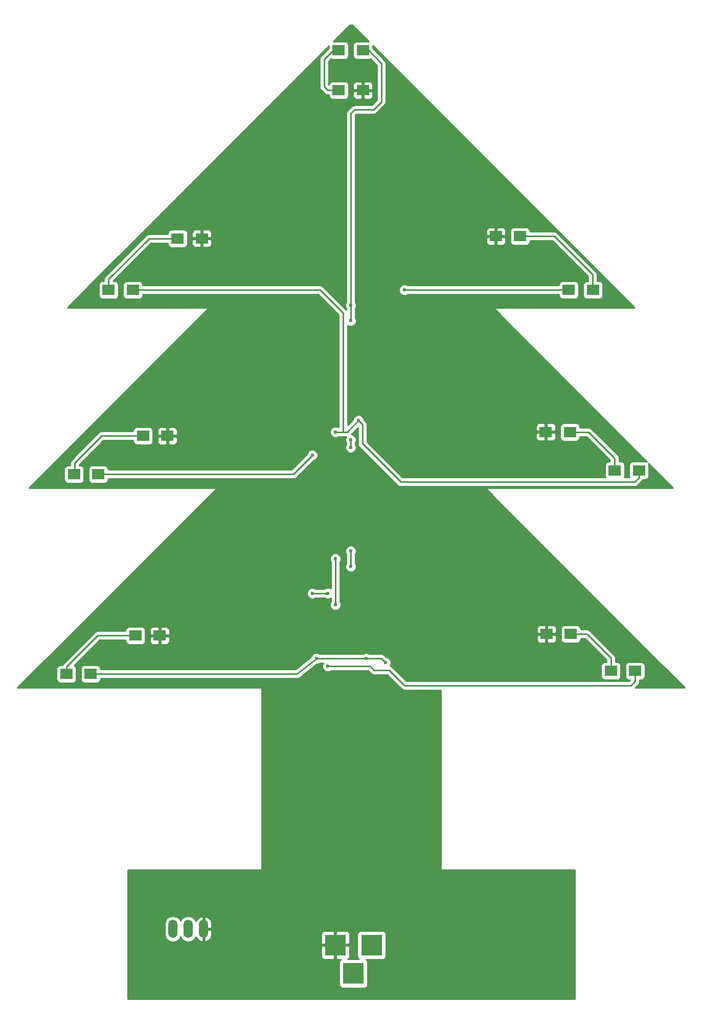
<source format=gbr>
G04 #@! TF.FileFunction,Copper,L2,Bot,Signal*
%FSLAX46Y46*%
G04 Gerber Fmt 4.6, Leading zero omitted, Abs format (unit mm)*
G04 Created by KiCad (PCBNEW 4.0.6) date Monday, November 13, 2017 'PMt' 07:08:10 PM*
%MOMM*%
%LPD*%
G01*
G04 APERTURE LIST*
%ADD10C,0.100000*%
%ADD11O,1.510000X3.010000*%
%ADD12R,3.500000X3.500000*%
%ADD13R,2.000000X1.700000*%
%ADD14C,0.600000*%
%ADD15C,0.250000*%
%ADD16C,0.254000*%
G04 APERTURE END LIST*
D10*
D11*
X65786000Y-170434000D03*
X68326000Y-170434000D03*
X70866000Y-170434000D03*
D12*
X98679000Y-173101000D03*
X92679000Y-173101000D03*
X95679000Y-177801000D03*
D13*
X135350000Y-64770000D03*
X131350000Y-64770000D03*
X49435000Y-95250000D03*
X53435000Y-95250000D03*
X138335000Y-127762000D03*
X142335000Y-127762000D03*
X55150000Y-64770000D03*
X59150000Y-64770000D03*
X138970000Y-94615000D03*
X142970000Y-94615000D03*
X48165000Y-128270000D03*
X52165000Y-128270000D03*
X123285000Y-55880000D03*
X119285000Y-55880000D03*
X60865000Y-88900000D03*
X64865000Y-88900000D03*
X131667000Y-121666000D03*
X127667000Y-121666000D03*
X66580000Y-56261000D03*
X70580000Y-56261000D03*
X131540000Y-88265000D03*
X127540000Y-88265000D03*
X59595000Y-121920000D03*
X63595000Y-121920000D03*
X93250000Y-31750000D03*
X97250000Y-31750000D03*
X93250000Y-25146000D03*
X97250000Y-25146000D03*
D14*
X91440000Y-127000000D03*
X104140000Y-64770000D03*
X88900000Y-92075000D03*
X92710000Y-109220000D03*
X92710000Y-116840000D03*
X91440000Y-114935000D03*
X88900000Y-114935000D03*
X95250000Y-110490000D03*
X95250000Y-107950000D03*
X95250000Y-90805000D03*
X95250000Y-89535000D03*
X95250000Y-69850000D03*
X95250000Y-67310000D03*
X100965000Y-126365000D03*
X97790000Y-125730000D03*
X89535000Y-125730000D03*
X92710000Y-88265000D03*
X96520000Y-86360000D03*
D15*
X142335000Y-127762000D02*
X142335000Y-129445000D01*
X142335000Y-129445000D02*
X141605000Y-130175000D01*
X141605000Y-130175000D02*
X104140000Y-130175000D01*
X104140000Y-130175000D02*
X101600000Y-127635000D01*
X101600000Y-127635000D02*
X99060000Y-127635000D01*
X99060000Y-127635000D02*
X98425000Y-127000000D01*
X98425000Y-127000000D02*
X91440000Y-127000000D01*
X104140000Y-64770000D02*
X131350000Y-64770000D01*
X85725000Y-95250000D02*
X53435000Y-95250000D01*
X88900000Y-92075000D02*
X85725000Y-95250000D01*
X123285000Y-55880000D02*
X128905000Y-55880000D01*
X135255000Y-62230000D02*
X135255000Y-64675000D01*
X128905000Y-55880000D02*
X135255000Y-62230000D01*
X135255000Y-64675000D02*
X135350000Y-64770000D01*
X60865000Y-88900000D02*
X53975000Y-88900000D01*
X49530000Y-93345000D02*
X49530000Y-95155000D01*
X53975000Y-88900000D02*
X49530000Y-93345000D01*
X49530000Y-95155000D02*
X49435000Y-95250000D01*
X134366000Y-121666000D02*
X138335000Y-125635000D01*
X131667000Y-121666000D02*
X134366000Y-121666000D01*
X138335000Y-125635000D02*
X138335000Y-127762000D01*
X92710000Y-116840000D02*
X92710000Y-109220000D01*
X55150000Y-64770000D02*
X55150000Y-62960000D01*
X61849000Y-56261000D02*
X66580000Y-56261000D01*
X55150000Y-62960000D02*
X61849000Y-56261000D01*
X131540000Y-88265000D02*
X134620000Y-88265000D01*
X138970000Y-92615000D02*
X138970000Y-94615000D01*
X134620000Y-88265000D02*
X138970000Y-92615000D01*
X48165000Y-128270000D02*
X48165000Y-127095000D01*
X53340000Y-121920000D02*
X59595000Y-121920000D01*
X48165000Y-127095000D02*
X53340000Y-121920000D01*
X93250000Y-25146000D02*
X92329000Y-25146000D01*
X92329000Y-25146000D02*
X90805000Y-26670000D01*
X90805000Y-26670000D02*
X90805000Y-31115000D01*
X90805000Y-31115000D02*
X91440000Y-31750000D01*
X91440000Y-31750000D02*
X93250000Y-31750000D01*
X91440000Y-114935000D02*
X88900000Y-114935000D01*
X97250000Y-25146000D02*
X98171000Y-25146000D01*
X98171000Y-25146000D02*
X100330000Y-27305000D01*
X100330000Y-27305000D02*
X100330000Y-33655000D01*
X100330000Y-33655000D02*
X99060000Y-34925000D01*
X99060000Y-34925000D02*
X95885000Y-34925000D01*
X95885000Y-34925000D02*
X95250000Y-35560000D01*
X95250000Y-35560000D02*
X95250000Y-67310000D01*
X95250000Y-107950000D02*
X95250000Y-110490000D01*
X95250000Y-89535000D02*
X95250000Y-90805000D01*
X95250000Y-67310000D02*
X95250000Y-69850000D01*
X97155000Y-86995000D02*
X96520000Y-86360000D01*
X97155000Y-90170000D02*
X97155000Y-86995000D01*
X103505000Y-96520000D02*
X97155000Y-90170000D01*
X142240000Y-96520000D02*
X103505000Y-96520000D01*
X142970000Y-95790000D02*
X142240000Y-96520000D01*
X142970000Y-94615000D02*
X142970000Y-95790000D01*
X86360000Y-128270000D02*
X89535000Y-125730000D01*
X86360000Y-128270000D02*
X85725000Y-128270000D01*
X85725000Y-128270000D02*
X84455000Y-128270000D01*
X100330000Y-125730000D02*
X97790000Y-125730000D01*
X100965000Y-126365000D02*
X100330000Y-125730000D01*
X90805000Y-125730000D02*
X97790000Y-125730000D01*
X89535000Y-125730000D02*
X90805000Y-125730000D01*
X59150000Y-64770000D02*
X90170000Y-64770000D01*
X93980000Y-68580000D02*
X93980000Y-88265000D01*
X90170000Y-64770000D02*
X93980000Y-68580000D01*
X84455000Y-128270000D02*
X52165000Y-128270000D01*
X94615000Y-88265000D02*
X93980000Y-88265000D01*
X93980000Y-88265000D02*
X92710000Y-88265000D01*
X96520000Y-86360000D02*
X94615000Y-88265000D01*
D16*
G36*
X98209468Y-23648560D02*
X96250000Y-23648560D01*
X96014683Y-23692838D01*
X95798559Y-23831910D01*
X95653569Y-24044110D01*
X95602560Y-24296000D01*
X95602560Y-25996000D01*
X95646838Y-26231317D01*
X95785910Y-26447441D01*
X95998110Y-26592431D01*
X96250000Y-26643440D01*
X98250000Y-26643440D01*
X98485317Y-26599162D01*
X98524285Y-26574087D01*
X99570000Y-27619802D01*
X99570000Y-33340198D01*
X98745198Y-34165000D01*
X95885000Y-34165000D01*
X95594161Y-34222852D01*
X95347599Y-34387599D01*
X94712599Y-35022599D01*
X94547852Y-35269161D01*
X94490000Y-35560000D01*
X94490000Y-66747537D01*
X94457808Y-66779673D01*
X94315162Y-67123201D01*
X94314838Y-67495167D01*
X94456883Y-67838943D01*
X94490000Y-67872118D01*
X94490000Y-68015198D01*
X90707401Y-64232599D01*
X90460839Y-64067852D01*
X90170000Y-64010000D01*
X60797440Y-64010000D01*
X60797440Y-63920000D01*
X60753162Y-63684683D01*
X60614090Y-63468559D01*
X60401890Y-63323569D01*
X60150000Y-63272560D01*
X58150000Y-63272560D01*
X57914683Y-63316838D01*
X57698559Y-63455910D01*
X57553569Y-63668110D01*
X57502560Y-63920000D01*
X57502560Y-65620000D01*
X57546838Y-65855317D01*
X57685910Y-66071441D01*
X57898110Y-66216431D01*
X58150000Y-66267440D01*
X60150000Y-66267440D01*
X60385317Y-66223162D01*
X60601441Y-66084090D01*
X60746431Y-65871890D01*
X60797440Y-65620000D01*
X60797440Y-65530000D01*
X89855198Y-65530000D01*
X93220000Y-68894802D01*
X93220000Y-87464367D01*
X92896799Y-87330162D01*
X92524833Y-87329838D01*
X92181057Y-87471883D01*
X91917808Y-87734673D01*
X91775162Y-88078201D01*
X91774838Y-88450167D01*
X91916883Y-88793943D01*
X92179673Y-89057192D01*
X92523201Y-89199838D01*
X92895167Y-89200162D01*
X93238943Y-89058117D01*
X93272118Y-89025000D01*
X94449367Y-89025000D01*
X94315162Y-89348201D01*
X94314838Y-89720167D01*
X94456883Y-90063943D01*
X94490000Y-90097118D01*
X94490000Y-90242537D01*
X94457808Y-90274673D01*
X94315162Y-90618201D01*
X94314838Y-90990167D01*
X94456883Y-91333943D01*
X94719673Y-91597192D01*
X95063201Y-91739838D01*
X95435167Y-91740162D01*
X95778943Y-91598117D01*
X96042192Y-91335327D01*
X96184838Y-90991799D01*
X96185162Y-90619833D01*
X96043117Y-90276057D01*
X96010000Y-90242882D01*
X96010000Y-90097463D01*
X96042192Y-90065327D01*
X96184838Y-89721799D01*
X96185162Y-89349833D01*
X96043117Y-89006057D01*
X95780327Y-88742808D01*
X95436799Y-88600162D01*
X95354712Y-88600090D01*
X96395000Y-87559802D01*
X96395000Y-90170000D01*
X96452852Y-90460839D01*
X96617599Y-90707401D01*
X102967599Y-97057401D01*
X103214161Y-97222148D01*
X103505000Y-97280000D01*
X142240000Y-97280000D01*
X142530839Y-97222148D01*
X142777401Y-97057401D01*
X143507401Y-96327401D01*
X143651033Y-96112440D01*
X143970000Y-96112440D01*
X144205317Y-96068162D01*
X144421441Y-95929090D01*
X144566431Y-95716890D01*
X144617440Y-95465000D01*
X144617440Y-93765000D01*
X144573162Y-93529683D01*
X144532680Y-93466772D01*
X148601908Y-97536000D01*
X117856000Y-97536000D01*
X117806590Y-97546006D01*
X117764965Y-97574447D01*
X117737685Y-97616841D01*
X117729048Y-97666509D01*
X117740416Y-97715623D01*
X117766197Y-97752803D01*
X118752130Y-98738736D01*
X118877954Y-98927046D01*
X150506908Y-130556000D01*
X142298802Y-130556000D01*
X142872401Y-129982401D01*
X143037148Y-129735839D01*
X143095000Y-129445000D01*
X143095000Y-129259440D01*
X143335000Y-129259440D01*
X143570317Y-129215162D01*
X143786441Y-129076090D01*
X143931431Y-128863890D01*
X143982440Y-128612000D01*
X143982440Y-126912000D01*
X143938162Y-126676683D01*
X143799090Y-126460559D01*
X143586890Y-126315569D01*
X143335000Y-126264560D01*
X141335000Y-126264560D01*
X141099683Y-126308838D01*
X140883559Y-126447910D01*
X140738569Y-126660110D01*
X140687560Y-126912000D01*
X140687560Y-128612000D01*
X140731838Y-128847317D01*
X140870910Y-129063441D01*
X141083110Y-129208431D01*
X141335000Y-129259440D01*
X141445758Y-129259440D01*
X141290198Y-129415000D01*
X104454802Y-129415000D01*
X102137401Y-127097599D01*
X101890839Y-126932852D01*
X101748053Y-126904450D01*
X101757192Y-126895327D01*
X101899838Y-126551799D01*
X101900162Y-126179833D01*
X101758117Y-125836057D01*
X101495327Y-125572808D01*
X101151799Y-125430162D01*
X101104923Y-125430121D01*
X100867401Y-125192599D01*
X100620839Y-125027852D01*
X100330000Y-124970000D01*
X98352463Y-124970000D01*
X98320327Y-124937808D01*
X97976799Y-124795162D01*
X97604833Y-124794838D01*
X97261057Y-124936883D01*
X97227882Y-124970000D01*
X90097463Y-124970000D01*
X90065327Y-124937808D01*
X89721799Y-124795162D01*
X89349833Y-124794838D01*
X89006057Y-124936883D01*
X88742808Y-125199673D01*
X88624166Y-125485393D01*
X86093407Y-127510000D01*
X53812440Y-127510000D01*
X53812440Y-127420000D01*
X53768162Y-127184683D01*
X53629090Y-126968559D01*
X53416890Y-126823569D01*
X53165000Y-126772560D01*
X51165000Y-126772560D01*
X50929683Y-126816838D01*
X50713559Y-126955910D01*
X50568569Y-127168110D01*
X50517560Y-127420000D01*
X50517560Y-129120000D01*
X50561838Y-129355317D01*
X50700910Y-129571441D01*
X50913110Y-129716431D01*
X51165000Y-129767440D01*
X53165000Y-129767440D01*
X53400317Y-129723162D01*
X53616441Y-129584090D01*
X53761431Y-129371890D01*
X53812440Y-129120000D01*
X53812440Y-129030000D01*
X86360000Y-129030000D01*
X86464934Y-129009127D01*
X86571521Y-128999971D01*
X86609204Y-128980430D01*
X86650839Y-128972148D01*
X86739794Y-128912710D01*
X86834768Y-128863460D01*
X89582790Y-126665042D01*
X89720167Y-126665162D01*
X90063943Y-126523117D01*
X90097118Y-126490000D01*
X90639367Y-126490000D01*
X90505162Y-126813201D01*
X90504838Y-127185167D01*
X90646883Y-127528943D01*
X90909673Y-127792192D01*
X91253201Y-127934838D01*
X91625167Y-127935162D01*
X91968943Y-127793117D01*
X92002118Y-127760000D01*
X98110198Y-127760000D01*
X98522599Y-128172401D01*
X98769161Y-128337148D01*
X99060000Y-128395000D01*
X101285198Y-128395000D01*
X103602599Y-130712401D01*
X103849160Y-130877148D01*
X103897414Y-130886746D01*
X104140000Y-130935000D01*
X110109000Y-130935000D01*
X110109000Y-160528000D01*
X110119006Y-160577410D01*
X110147447Y-160619035D01*
X110189841Y-160646315D01*
X110236000Y-160655000D01*
X132334000Y-160655000D01*
X132334000Y-181991000D01*
X58293000Y-181991000D01*
X58293000Y-173386750D01*
X90294000Y-173386750D01*
X90294000Y-174977310D01*
X90390673Y-175210699D01*
X90569302Y-175389327D01*
X90802691Y-175486000D01*
X92393250Y-175486000D01*
X92552000Y-175327250D01*
X92552000Y-173228000D01*
X92806000Y-173228000D01*
X92806000Y-175327250D01*
X92964750Y-175486000D01*
X93634378Y-175486000D01*
X93477559Y-175586910D01*
X93332569Y-175799110D01*
X93281560Y-176051000D01*
X93281560Y-179551000D01*
X93325838Y-179786317D01*
X93464910Y-180002441D01*
X93677110Y-180147431D01*
X93929000Y-180198440D01*
X97429000Y-180198440D01*
X97664317Y-180154162D01*
X97880441Y-180015090D01*
X98025431Y-179802890D01*
X98076440Y-179551000D01*
X98076440Y-176051000D01*
X98032162Y-175815683D01*
X97893090Y-175599559D01*
X97745097Y-175498440D01*
X100429000Y-175498440D01*
X100664317Y-175454162D01*
X100880441Y-175315090D01*
X101025431Y-175102890D01*
X101076440Y-174851000D01*
X101076440Y-171351000D01*
X101032162Y-171115683D01*
X100893090Y-170899559D01*
X100680890Y-170754569D01*
X100429000Y-170703560D01*
X96929000Y-170703560D01*
X96693683Y-170747838D01*
X96477559Y-170886910D01*
X96332569Y-171099110D01*
X96281560Y-171351000D01*
X96281560Y-174851000D01*
X96325838Y-175086317D01*
X96464910Y-175302441D01*
X96612903Y-175403560D01*
X94754337Y-175403560D01*
X94788698Y-175389327D01*
X94967327Y-175210699D01*
X95064000Y-174977310D01*
X95064000Y-173386750D01*
X94905250Y-173228000D01*
X92806000Y-173228000D01*
X92552000Y-173228000D01*
X90452750Y-173228000D01*
X90294000Y-173386750D01*
X58293000Y-173386750D01*
X58293000Y-169642075D01*
X64396000Y-169642075D01*
X64396000Y-171225925D01*
X64501807Y-171757855D01*
X64803122Y-172208803D01*
X65254070Y-172510118D01*
X65786000Y-172615925D01*
X66317930Y-172510118D01*
X66768878Y-172208803D01*
X67056000Y-171779096D01*
X67343122Y-172208803D01*
X67794070Y-172510118D01*
X68326000Y-172615925D01*
X68857930Y-172510118D01*
X69308878Y-172208803D01*
X69608751Y-171760013D01*
X69630408Y-171833263D01*
X69972924Y-172256681D01*
X70451403Y-172516793D01*
X70524029Y-172531277D01*
X70739000Y-172408683D01*
X70739000Y-170561000D01*
X70993000Y-170561000D01*
X70993000Y-172408683D01*
X71207971Y-172531277D01*
X71280597Y-172516793D01*
X71759076Y-172256681D01*
X72101592Y-171833263D01*
X72256000Y-171311000D01*
X72256000Y-171224690D01*
X90294000Y-171224690D01*
X90294000Y-172815250D01*
X90452750Y-172974000D01*
X92552000Y-172974000D01*
X92552000Y-170874750D01*
X92806000Y-170874750D01*
X92806000Y-172974000D01*
X94905250Y-172974000D01*
X95064000Y-172815250D01*
X95064000Y-171224690D01*
X94967327Y-170991301D01*
X94788698Y-170812673D01*
X94555309Y-170716000D01*
X92964750Y-170716000D01*
X92806000Y-170874750D01*
X92552000Y-170874750D01*
X92393250Y-170716000D01*
X90802691Y-170716000D01*
X90569302Y-170812673D01*
X90390673Y-170991301D01*
X90294000Y-171224690D01*
X72256000Y-171224690D01*
X72256000Y-170561000D01*
X70993000Y-170561000D01*
X70739000Y-170561000D01*
X70719000Y-170561000D01*
X70719000Y-170307000D01*
X70739000Y-170307000D01*
X70739000Y-168459317D01*
X70993000Y-168459317D01*
X70993000Y-170307000D01*
X72256000Y-170307000D01*
X72256000Y-169557000D01*
X72101592Y-169034737D01*
X71759076Y-168611319D01*
X71280597Y-168351207D01*
X71207971Y-168336723D01*
X70993000Y-168459317D01*
X70739000Y-168459317D01*
X70524029Y-168336723D01*
X70451403Y-168351207D01*
X69972924Y-168611319D01*
X69630408Y-169034737D01*
X69608751Y-169107987D01*
X69308878Y-168659197D01*
X68857930Y-168357882D01*
X68326000Y-168252075D01*
X67794070Y-168357882D01*
X67343122Y-168659197D01*
X67056000Y-169088904D01*
X66768878Y-168659197D01*
X66317930Y-168357882D01*
X65786000Y-168252075D01*
X65254070Y-168357882D01*
X64803122Y-168659197D01*
X64501807Y-169110145D01*
X64396000Y-169642075D01*
X58293000Y-169642075D01*
X58293000Y-160655000D01*
X80391000Y-160655000D01*
X80440410Y-160644994D01*
X80482035Y-160616553D01*
X80509315Y-160574159D01*
X80518000Y-160528000D01*
X80518000Y-130683000D01*
X80507994Y-130633590D01*
X80479553Y-130591965D01*
X80437159Y-130564685D01*
X80391000Y-130556000D01*
X40057606Y-130556000D01*
X43193606Y-127420000D01*
X46517560Y-127420000D01*
X46517560Y-129120000D01*
X46561838Y-129355317D01*
X46700910Y-129571441D01*
X46913110Y-129716431D01*
X47165000Y-129767440D01*
X49165000Y-129767440D01*
X49400317Y-129723162D01*
X49616441Y-129584090D01*
X49761431Y-129371890D01*
X49812440Y-129120000D01*
X49812440Y-127420000D01*
X49768162Y-127184683D01*
X49629090Y-126968559D01*
X49472937Y-126861865D01*
X53654802Y-122680000D01*
X57947560Y-122680000D01*
X57947560Y-122770000D01*
X57991838Y-123005317D01*
X58130910Y-123221441D01*
X58343110Y-123366431D01*
X58595000Y-123417440D01*
X60595000Y-123417440D01*
X60830317Y-123373162D01*
X61046441Y-123234090D01*
X61191431Y-123021890D01*
X61242440Y-122770000D01*
X61242440Y-122205750D01*
X61960000Y-122205750D01*
X61960000Y-122896310D01*
X62056673Y-123129699D01*
X62235302Y-123308327D01*
X62468691Y-123405000D01*
X63309250Y-123405000D01*
X63468000Y-123246250D01*
X63468000Y-122047000D01*
X63722000Y-122047000D01*
X63722000Y-123246250D01*
X63880750Y-123405000D01*
X64721309Y-123405000D01*
X64954698Y-123308327D01*
X65133327Y-123129699D01*
X65230000Y-122896310D01*
X65230000Y-122205750D01*
X65071250Y-122047000D01*
X63722000Y-122047000D01*
X63468000Y-122047000D01*
X62118750Y-122047000D01*
X61960000Y-122205750D01*
X61242440Y-122205750D01*
X61242440Y-121951750D01*
X126032000Y-121951750D01*
X126032000Y-122642310D01*
X126128673Y-122875699D01*
X126307302Y-123054327D01*
X126540691Y-123151000D01*
X127381250Y-123151000D01*
X127540000Y-122992250D01*
X127540000Y-121793000D01*
X127794000Y-121793000D01*
X127794000Y-122992250D01*
X127952750Y-123151000D01*
X128793309Y-123151000D01*
X129026698Y-123054327D01*
X129205327Y-122875699D01*
X129302000Y-122642310D01*
X129302000Y-121951750D01*
X129143250Y-121793000D01*
X127794000Y-121793000D01*
X127540000Y-121793000D01*
X126190750Y-121793000D01*
X126032000Y-121951750D01*
X61242440Y-121951750D01*
X61242440Y-121070000D01*
X61218674Y-120943690D01*
X61960000Y-120943690D01*
X61960000Y-121634250D01*
X62118750Y-121793000D01*
X63468000Y-121793000D01*
X63468000Y-120593750D01*
X63722000Y-120593750D01*
X63722000Y-121793000D01*
X65071250Y-121793000D01*
X65230000Y-121634250D01*
X65230000Y-120943690D01*
X65133327Y-120710301D01*
X65112716Y-120689690D01*
X126032000Y-120689690D01*
X126032000Y-121380250D01*
X126190750Y-121539000D01*
X127540000Y-121539000D01*
X127540000Y-120339750D01*
X127794000Y-120339750D01*
X127794000Y-121539000D01*
X129143250Y-121539000D01*
X129302000Y-121380250D01*
X129302000Y-120816000D01*
X130019560Y-120816000D01*
X130019560Y-122516000D01*
X130063838Y-122751317D01*
X130202910Y-122967441D01*
X130415110Y-123112431D01*
X130667000Y-123163440D01*
X132667000Y-123163440D01*
X132902317Y-123119162D01*
X133118441Y-122980090D01*
X133263431Y-122767890D01*
X133314440Y-122516000D01*
X133314440Y-122426000D01*
X134051198Y-122426000D01*
X137575000Y-125949802D01*
X137575000Y-126264560D01*
X137335000Y-126264560D01*
X137099683Y-126308838D01*
X136883559Y-126447910D01*
X136738569Y-126660110D01*
X136687560Y-126912000D01*
X136687560Y-128612000D01*
X136731838Y-128847317D01*
X136870910Y-129063441D01*
X137083110Y-129208431D01*
X137335000Y-129259440D01*
X139335000Y-129259440D01*
X139570317Y-129215162D01*
X139786441Y-129076090D01*
X139931431Y-128863890D01*
X139982440Y-128612000D01*
X139982440Y-126912000D01*
X139938162Y-126676683D01*
X139799090Y-126460559D01*
X139586890Y-126315569D01*
X139335000Y-126264560D01*
X139095000Y-126264560D01*
X139095000Y-125635000D01*
X139037148Y-125344161D01*
X138872401Y-125097599D01*
X134903401Y-121128599D01*
X134656839Y-120963852D01*
X134366000Y-120906000D01*
X133314440Y-120906000D01*
X133314440Y-120816000D01*
X133270162Y-120580683D01*
X133131090Y-120364559D01*
X132918890Y-120219569D01*
X132667000Y-120168560D01*
X130667000Y-120168560D01*
X130431683Y-120212838D01*
X130215559Y-120351910D01*
X130070569Y-120564110D01*
X130019560Y-120816000D01*
X129302000Y-120816000D01*
X129302000Y-120689690D01*
X129205327Y-120456301D01*
X129026698Y-120277673D01*
X128793309Y-120181000D01*
X127952750Y-120181000D01*
X127794000Y-120339750D01*
X127540000Y-120339750D01*
X127381250Y-120181000D01*
X126540691Y-120181000D01*
X126307302Y-120277673D01*
X126128673Y-120456301D01*
X126032000Y-120689690D01*
X65112716Y-120689690D01*
X64954698Y-120531673D01*
X64721309Y-120435000D01*
X63880750Y-120435000D01*
X63722000Y-120593750D01*
X63468000Y-120593750D01*
X63309250Y-120435000D01*
X62468691Y-120435000D01*
X62235302Y-120531673D01*
X62056673Y-120710301D01*
X61960000Y-120943690D01*
X61218674Y-120943690D01*
X61198162Y-120834683D01*
X61059090Y-120618559D01*
X60846890Y-120473569D01*
X60595000Y-120422560D01*
X58595000Y-120422560D01*
X58359683Y-120466838D01*
X58143559Y-120605910D01*
X57998569Y-120818110D01*
X57947560Y-121070000D01*
X57947560Y-121160000D01*
X53340000Y-121160000D01*
X53049160Y-121217852D01*
X52802599Y-121382599D01*
X47627599Y-126557599D01*
X47483967Y-126772560D01*
X47165000Y-126772560D01*
X46929683Y-126816838D01*
X46713559Y-126955910D01*
X46568569Y-127168110D01*
X46517560Y-127420000D01*
X43193606Y-127420000D01*
X55493439Y-115120167D01*
X87964838Y-115120167D01*
X88106883Y-115463943D01*
X88369673Y-115727192D01*
X88713201Y-115869838D01*
X89085167Y-115870162D01*
X89428943Y-115728117D01*
X89462118Y-115695000D01*
X90877537Y-115695000D01*
X90909673Y-115727192D01*
X91253201Y-115869838D01*
X91625167Y-115870162D01*
X91950000Y-115735944D01*
X91950000Y-116277537D01*
X91917808Y-116309673D01*
X91775162Y-116653201D01*
X91774838Y-117025167D01*
X91916883Y-117368943D01*
X92179673Y-117632192D01*
X92523201Y-117774838D01*
X92895167Y-117775162D01*
X93238943Y-117633117D01*
X93502192Y-117370327D01*
X93644838Y-117026799D01*
X93645162Y-116654833D01*
X93503117Y-116311057D01*
X93470000Y-116277882D01*
X93470000Y-109782463D01*
X93502192Y-109750327D01*
X93644838Y-109406799D01*
X93645162Y-109034833D01*
X93503117Y-108691057D01*
X93240327Y-108427808D01*
X92896799Y-108285162D01*
X92524833Y-108284838D01*
X92181057Y-108426883D01*
X91917808Y-108689673D01*
X91775162Y-109033201D01*
X91774838Y-109405167D01*
X91916883Y-109748943D01*
X91950000Y-109782118D01*
X91950000Y-114134367D01*
X91626799Y-114000162D01*
X91254833Y-113999838D01*
X90911057Y-114141883D01*
X90877882Y-114175000D01*
X89462463Y-114175000D01*
X89430327Y-114142808D01*
X89086799Y-114000162D01*
X88714833Y-113999838D01*
X88371057Y-114141883D01*
X88107808Y-114404673D01*
X87965162Y-114748201D01*
X87964838Y-115120167D01*
X55493439Y-115120167D01*
X62478439Y-108135167D01*
X94314838Y-108135167D01*
X94456883Y-108478943D01*
X94490000Y-108512118D01*
X94490000Y-109927537D01*
X94457808Y-109959673D01*
X94315162Y-110303201D01*
X94314838Y-110675167D01*
X94456883Y-111018943D01*
X94719673Y-111282192D01*
X95063201Y-111424838D01*
X95435167Y-111425162D01*
X95778943Y-111283117D01*
X96042192Y-111020327D01*
X96184838Y-110676799D01*
X96185162Y-110304833D01*
X96043117Y-109961057D01*
X96010000Y-109927882D01*
X96010000Y-108512463D01*
X96042192Y-108480327D01*
X96184838Y-108136799D01*
X96185162Y-107764833D01*
X96043117Y-107421057D01*
X95780327Y-107157808D01*
X95436799Y-107015162D01*
X95064833Y-107014838D01*
X94721057Y-107156883D01*
X94457808Y-107419673D01*
X94315162Y-107763201D01*
X94314838Y-108135167D01*
X62478439Y-108135167D01*
X72860803Y-97752803D01*
X72888666Y-97710789D01*
X72897988Y-97661246D01*
X72887300Y-97611978D01*
X72858287Y-97570751D01*
X72815520Y-97544059D01*
X72771000Y-97536000D01*
X41962606Y-97536000D01*
X45098606Y-94400000D01*
X47787560Y-94400000D01*
X47787560Y-96100000D01*
X47831838Y-96335317D01*
X47970910Y-96551441D01*
X48183110Y-96696431D01*
X48435000Y-96747440D01*
X50435000Y-96747440D01*
X50670317Y-96703162D01*
X50886441Y-96564090D01*
X51031431Y-96351890D01*
X51082440Y-96100000D01*
X51082440Y-94400000D01*
X51787560Y-94400000D01*
X51787560Y-96100000D01*
X51831838Y-96335317D01*
X51970910Y-96551441D01*
X52183110Y-96696431D01*
X52435000Y-96747440D01*
X54435000Y-96747440D01*
X54670317Y-96703162D01*
X54886441Y-96564090D01*
X55031431Y-96351890D01*
X55082440Y-96100000D01*
X55082440Y-96010000D01*
X85725000Y-96010000D01*
X86015839Y-95952148D01*
X86262401Y-95787401D01*
X89039680Y-93010122D01*
X89085167Y-93010162D01*
X89428943Y-92868117D01*
X89692192Y-92605327D01*
X89834838Y-92261799D01*
X89835162Y-91889833D01*
X89693117Y-91546057D01*
X89430327Y-91282808D01*
X89086799Y-91140162D01*
X88714833Y-91139838D01*
X88371057Y-91281883D01*
X88107808Y-91544673D01*
X87965162Y-91888201D01*
X87965121Y-91935077D01*
X85410198Y-94490000D01*
X55082440Y-94490000D01*
X55082440Y-94400000D01*
X55038162Y-94164683D01*
X54899090Y-93948559D01*
X54686890Y-93803569D01*
X54435000Y-93752560D01*
X52435000Y-93752560D01*
X52199683Y-93796838D01*
X51983559Y-93935910D01*
X51838569Y-94148110D01*
X51787560Y-94400000D01*
X51082440Y-94400000D01*
X51038162Y-94164683D01*
X50899090Y-93948559D01*
X50686890Y-93803569D01*
X50435000Y-93752560D01*
X50290000Y-93752560D01*
X50290000Y-93659802D01*
X54289802Y-89660000D01*
X59217560Y-89660000D01*
X59217560Y-89750000D01*
X59261838Y-89985317D01*
X59400910Y-90201441D01*
X59613110Y-90346431D01*
X59865000Y-90397440D01*
X61865000Y-90397440D01*
X62100317Y-90353162D01*
X62316441Y-90214090D01*
X62461431Y-90001890D01*
X62512440Y-89750000D01*
X62512440Y-89185750D01*
X63230000Y-89185750D01*
X63230000Y-89876310D01*
X63326673Y-90109699D01*
X63505302Y-90288327D01*
X63738691Y-90385000D01*
X64579250Y-90385000D01*
X64738000Y-90226250D01*
X64738000Y-89027000D01*
X64992000Y-89027000D01*
X64992000Y-90226250D01*
X65150750Y-90385000D01*
X65991309Y-90385000D01*
X66224698Y-90288327D01*
X66403327Y-90109699D01*
X66500000Y-89876310D01*
X66500000Y-89185750D01*
X66341250Y-89027000D01*
X64992000Y-89027000D01*
X64738000Y-89027000D01*
X63388750Y-89027000D01*
X63230000Y-89185750D01*
X62512440Y-89185750D01*
X62512440Y-88050000D01*
X62488674Y-87923690D01*
X63230000Y-87923690D01*
X63230000Y-88614250D01*
X63388750Y-88773000D01*
X64738000Y-88773000D01*
X64738000Y-87573750D01*
X64992000Y-87573750D01*
X64992000Y-88773000D01*
X66341250Y-88773000D01*
X66500000Y-88614250D01*
X66500000Y-87923690D01*
X66403327Y-87690301D01*
X66224698Y-87511673D01*
X65991309Y-87415000D01*
X65150750Y-87415000D01*
X64992000Y-87573750D01*
X64738000Y-87573750D01*
X64579250Y-87415000D01*
X63738691Y-87415000D01*
X63505302Y-87511673D01*
X63326673Y-87690301D01*
X63230000Y-87923690D01*
X62488674Y-87923690D01*
X62468162Y-87814683D01*
X62329090Y-87598559D01*
X62116890Y-87453569D01*
X61865000Y-87402560D01*
X59865000Y-87402560D01*
X59629683Y-87446838D01*
X59413559Y-87585910D01*
X59268569Y-87798110D01*
X59217560Y-88050000D01*
X59217560Y-88140000D01*
X53975000Y-88140000D01*
X53684160Y-88197852D01*
X53437599Y-88362599D01*
X48992599Y-92807599D01*
X48827852Y-93054161D01*
X48770000Y-93345000D01*
X48770000Y-93752560D01*
X48435000Y-93752560D01*
X48199683Y-93796838D01*
X47983559Y-93935910D01*
X47838569Y-94148110D01*
X47787560Y-94400000D01*
X45098606Y-94400000D01*
X71590803Y-67907803D01*
X71618666Y-67865789D01*
X71627988Y-67816246D01*
X71617300Y-67766978D01*
X71588287Y-67725751D01*
X71545520Y-67699059D01*
X71501000Y-67691000D01*
X48312606Y-67691000D01*
X52083606Y-63920000D01*
X53502560Y-63920000D01*
X53502560Y-65620000D01*
X53546838Y-65855317D01*
X53685910Y-66071441D01*
X53898110Y-66216431D01*
X54150000Y-66267440D01*
X56150000Y-66267440D01*
X56385317Y-66223162D01*
X56601441Y-66084090D01*
X56746431Y-65871890D01*
X56797440Y-65620000D01*
X56797440Y-63920000D01*
X56753162Y-63684683D01*
X56614090Y-63468559D01*
X56401890Y-63323569D01*
X56150000Y-63272560D01*
X55912242Y-63272560D01*
X62163802Y-57021000D01*
X64932560Y-57021000D01*
X64932560Y-57111000D01*
X64976838Y-57346317D01*
X65115910Y-57562441D01*
X65328110Y-57707431D01*
X65580000Y-57758440D01*
X67580000Y-57758440D01*
X67815317Y-57714162D01*
X68031441Y-57575090D01*
X68176431Y-57362890D01*
X68227440Y-57111000D01*
X68227440Y-56546750D01*
X68945000Y-56546750D01*
X68945000Y-57237310D01*
X69041673Y-57470699D01*
X69220302Y-57649327D01*
X69453691Y-57746000D01*
X70294250Y-57746000D01*
X70453000Y-57587250D01*
X70453000Y-56388000D01*
X70707000Y-56388000D01*
X70707000Y-57587250D01*
X70865750Y-57746000D01*
X71706309Y-57746000D01*
X71939698Y-57649327D01*
X72118327Y-57470699D01*
X72215000Y-57237310D01*
X72215000Y-56546750D01*
X72056250Y-56388000D01*
X70707000Y-56388000D01*
X70453000Y-56388000D01*
X69103750Y-56388000D01*
X68945000Y-56546750D01*
X68227440Y-56546750D01*
X68227440Y-55411000D01*
X68203674Y-55284690D01*
X68945000Y-55284690D01*
X68945000Y-55975250D01*
X69103750Y-56134000D01*
X70453000Y-56134000D01*
X70453000Y-54934750D01*
X70707000Y-54934750D01*
X70707000Y-56134000D01*
X72056250Y-56134000D01*
X72215000Y-55975250D01*
X72215000Y-55284690D01*
X72118327Y-55051301D01*
X71939698Y-54872673D01*
X71706309Y-54776000D01*
X70865750Y-54776000D01*
X70707000Y-54934750D01*
X70453000Y-54934750D01*
X70294250Y-54776000D01*
X69453691Y-54776000D01*
X69220302Y-54872673D01*
X69041673Y-55051301D01*
X68945000Y-55284690D01*
X68203674Y-55284690D01*
X68183162Y-55175683D01*
X68044090Y-54959559D01*
X67831890Y-54814569D01*
X67580000Y-54763560D01*
X65580000Y-54763560D01*
X65344683Y-54807838D01*
X65128559Y-54946910D01*
X64983569Y-55159110D01*
X64932560Y-55411000D01*
X64932560Y-55501000D01*
X61849000Y-55501000D01*
X61558161Y-55558852D01*
X61311599Y-55723599D01*
X54612599Y-62422599D01*
X54447852Y-62669161D01*
X54390000Y-62960000D01*
X54390000Y-63272560D01*
X54150000Y-63272560D01*
X53914683Y-63316838D01*
X53698559Y-63455910D01*
X53553569Y-63668110D01*
X53502560Y-63920000D01*
X52083606Y-63920000D01*
X91602560Y-24401046D01*
X91602560Y-24797638D01*
X90267599Y-26132599D01*
X90102852Y-26379161D01*
X90045000Y-26670000D01*
X90045000Y-31115000D01*
X90102852Y-31405839D01*
X90267599Y-31652401D01*
X90902599Y-32287401D01*
X91149161Y-32452148D01*
X91440000Y-32510000D01*
X91602560Y-32510000D01*
X91602560Y-32600000D01*
X91646838Y-32835317D01*
X91785910Y-33051441D01*
X91998110Y-33196431D01*
X92250000Y-33247440D01*
X94250000Y-33247440D01*
X94485317Y-33203162D01*
X94701441Y-33064090D01*
X94846431Y-32851890D01*
X94897440Y-32600000D01*
X94897440Y-32035750D01*
X95615000Y-32035750D01*
X95615000Y-32726310D01*
X95711673Y-32959699D01*
X95890302Y-33138327D01*
X96123691Y-33235000D01*
X96964250Y-33235000D01*
X97123000Y-33076250D01*
X97123000Y-31877000D01*
X97377000Y-31877000D01*
X97377000Y-33076250D01*
X97535750Y-33235000D01*
X98376309Y-33235000D01*
X98609698Y-33138327D01*
X98788327Y-32959699D01*
X98885000Y-32726310D01*
X98885000Y-32035750D01*
X98726250Y-31877000D01*
X97377000Y-31877000D01*
X97123000Y-31877000D01*
X95773750Y-31877000D01*
X95615000Y-32035750D01*
X94897440Y-32035750D01*
X94897440Y-30900000D01*
X94873674Y-30773690D01*
X95615000Y-30773690D01*
X95615000Y-31464250D01*
X95773750Y-31623000D01*
X97123000Y-31623000D01*
X97123000Y-30423750D01*
X97377000Y-30423750D01*
X97377000Y-31623000D01*
X98726250Y-31623000D01*
X98885000Y-31464250D01*
X98885000Y-30773690D01*
X98788327Y-30540301D01*
X98609698Y-30361673D01*
X98376309Y-30265000D01*
X97535750Y-30265000D01*
X97377000Y-30423750D01*
X97123000Y-30423750D01*
X96964250Y-30265000D01*
X96123691Y-30265000D01*
X95890302Y-30361673D01*
X95711673Y-30540301D01*
X95615000Y-30773690D01*
X94873674Y-30773690D01*
X94853162Y-30664683D01*
X94714090Y-30448559D01*
X94501890Y-30303569D01*
X94250000Y-30252560D01*
X92250000Y-30252560D01*
X92014683Y-30296838D01*
X91798559Y-30435910D01*
X91653569Y-30648110D01*
X91613042Y-30848240D01*
X91565000Y-30800198D01*
X91565000Y-26984802D01*
X91973908Y-26575894D01*
X91998110Y-26592431D01*
X92250000Y-26643440D01*
X94250000Y-26643440D01*
X94485317Y-26599162D01*
X94701441Y-26460090D01*
X94846431Y-26247890D01*
X94897440Y-25996000D01*
X94897440Y-24296000D01*
X94853162Y-24060683D01*
X94714090Y-23844559D01*
X94501890Y-23699569D01*
X94250000Y-23648560D01*
X92355046Y-23648560D01*
X95048606Y-20955000D01*
X95515908Y-20955000D01*
X98209468Y-23648560D01*
X98209468Y-23648560D01*
G37*
X98209468Y-23648560D02*
X96250000Y-23648560D01*
X96014683Y-23692838D01*
X95798559Y-23831910D01*
X95653569Y-24044110D01*
X95602560Y-24296000D01*
X95602560Y-25996000D01*
X95646838Y-26231317D01*
X95785910Y-26447441D01*
X95998110Y-26592431D01*
X96250000Y-26643440D01*
X98250000Y-26643440D01*
X98485317Y-26599162D01*
X98524285Y-26574087D01*
X99570000Y-27619802D01*
X99570000Y-33340198D01*
X98745198Y-34165000D01*
X95885000Y-34165000D01*
X95594161Y-34222852D01*
X95347599Y-34387599D01*
X94712599Y-35022599D01*
X94547852Y-35269161D01*
X94490000Y-35560000D01*
X94490000Y-66747537D01*
X94457808Y-66779673D01*
X94315162Y-67123201D01*
X94314838Y-67495167D01*
X94456883Y-67838943D01*
X94490000Y-67872118D01*
X94490000Y-68015198D01*
X90707401Y-64232599D01*
X90460839Y-64067852D01*
X90170000Y-64010000D01*
X60797440Y-64010000D01*
X60797440Y-63920000D01*
X60753162Y-63684683D01*
X60614090Y-63468559D01*
X60401890Y-63323569D01*
X60150000Y-63272560D01*
X58150000Y-63272560D01*
X57914683Y-63316838D01*
X57698559Y-63455910D01*
X57553569Y-63668110D01*
X57502560Y-63920000D01*
X57502560Y-65620000D01*
X57546838Y-65855317D01*
X57685910Y-66071441D01*
X57898110Y-66216431D01*
X58150000Y-66267440D01*
X60150000Y-66267440D01*
X60385317Y-66223162D01*
X60601441Y-66084090D01*
X60746431Y-65871890D01*
X60797440Y-65620000D01*
X60797440Y-65530000D01*
X89855198Y-65530000D01*
X93220000Y-68894802D01*
X93220000Y-87464367D01*
X92896799Y-87330162D01*
X92524833Y-87329838D01*
X92181057Y-87471883D01*
X91917808Y-87734673D01*
X91775162Y-88078201D01*
X91774838Y-88450167D01*
X91916883Y-88793943D01*
X92179673Y-89057192D01*
X92523201Y-89199838D01*
X92895167Y-89200162D01*
X93238943Y-89058117D01*
X93272118Y-89025000D01*
X94449367Y-89025000D01*
X94315162Y-89348201D01*
X94314838Y-89720167D01*
X94456883Y-90063943D01*
X94490000Y-90097118D01*
X94490000Y-90242537D01*
X94457808Y-90274673D01*
X94315162Y-90618201D01*
X94314838Y-90990167D01*
X94456883Y-91333943D01*
X94719673Y-91597192D01*
X95063201Y-91739838D01*
X95435167Y-91740162D01*
X95778943Y-91598117D01*
X96042192Y-91335327D01*
X96184838Y-90991799D01*
X96185162Y-90619833D01*
X96043117Y-90276057D01*
X96010000Y-90242882D01*
X96010000Y-90097463D01*
X96042192Y-90065327D01*
X96184838Y-89721799D01*
X96185162Y-89349833D01*
X96043117Y-89006057D01*
X95780327Y-88742808D01*
X95436799Y-88600162D01*
X95354712Y-88600090D01*
X96395000Y-87559802D01*
X96395000Y-90170000D01*
X96452852Y-90460839D01*
X96617599Y-90707401D01*
X102967599Y-97057401D01*
X103214161Y-97222148D01*
X103505000Y-97280000D01*
X142240000Y-97280000D01*
X142530839Y-97222148D01*
X142777401Y-97057401D01*
X143507401Y-96327401D01*
X143651033Y-96112440D01*
X143970000Y-96112440D01*
X144205317Y-96068162D01*
X144421441Y-95929090D01*
X144566431Y-95716890D01*
X144617440Y-95465000D01*
X144617440Y-93765000D01*
X144573162Y-93529683D01*
X144532680Y-93466772D01*
X148601908Y-97536000D01*
X117856000Y-97536000D01*
X117806590Y-97546006D01*
X117764965Y-97574447D01*
X117737685Y-97616841D01*
X117729048Y-97666509D01*
X117740416Y-97715623D01*
X117766197Y-97752803D01*
X118752130Y-98738736D01*
X118877954Y-98927046D01*
X150506908Y-130556000D01*
X142298802Y-130556000D01*
X142872401Y-129982401D01*
X143037148Y-129735839D01*
X143095000Y-129445000D01*
X143095000Y-129259440D01*
X143335000Y-129259440D01*
X143570317Y-129215162D01*
X143786441Y-129076090D01*
X143931431Y-128863890D01*
X143982440Y-128612000D01*
X143982440Y-126912000D01*
X143938162Y-126676683D01*
X143799090Y-126460559D01*
X143586890Y-126315569D01*
X143335000Y-126264560D01*
X141335000Y-126264560D01*
X141099683Y-126308838D01*
X140883559Y-126447910D01*
X140738569Y-126660110D01*
X140687560Y-126912000D01*
X140687560Y-128612000D01*
X140731838Y-128847317D01*
X140870910Y-129063441D01*
X141083110Y-129208431D01*
X141335000Y-129259440D01*
X141445758Y-129259440D01*
X141290198Y-129415000D01*
X104454802Y-129415000D01*
X102137401Y-127097599D01*
X101890839Y-126932852D01*
X101748053Y-126904450D01*
X101757192Y-126895327D01*
X101899838Y-126551799D01*
X101900162Y-126179833D01*
X101758117Y-125836057D01*
X101495327Y-125572808D01*
X101151799Y-125430162D01*
X101104923Y-125430121D01*
X100867401Y-125192599D01*
X100620839Y-125027852D01*
X100330000Y-124970000D01*
X98352463Y-124970000D01*
X98320327Y-124937808D01*
X97976799Y-124795162D01*
X97604833Y-124794838D01*
X97261057Y-124936883D01*
X97227882Y-124970000D01*
X90097463Y-124970000D01*
X90065327Y-124937808D01*
X89721799Y-124795162D01*
X89349833Y-124794838D01*
X89006057Y-124936883D01*
X88742808Y-125199673D01*
X88624166Y-125485393D01*
X86093407Y-127510000D01*
X53812440Y-127510000D01*
X53812440Y-127420000D01*
X53768162Y-127184683D01*
X53629090Y-126968559D01*
X53416890Y-126823569D01*
X53165000Y-126772560D01*
X51165000Y-126772560D01*
X50929683Y-126816838D01*
X50713559Y-126955910D01*
X50568569Y-127168110D01*
X50517560Y-127420000D01*
X50517560Y-129120000D01*
X50561838Y-129355317D01*
X50700910Y-129571441D01*
X50913110Y-129716431D01*
X51165000Y-129767440D01*
X53165000Y-129767440D01*
X53400317Y-129723162D01*
X53616441Y-129584090D01*
X53761431Y-129371890D01*
X53812440Y-129120000D01*
X53812440Y-129030000D01*
X86360000Y-129030000D01*
X86464934Y-129009127D01*
X86571521Y-128999971D01*
X86609204Y-128980430D01*
X86650839Y-128972148D01*
X86739794Y-128912710D01*
X86834768Y-128863460D01*
X89582790Y-126665042D01*
X89720167Y-126665162D01*
X90063943Y-126523117D01*
X90097118Y-126490000D01*
X90639367Y-126490000D01*
X90505162Y-126813201D01*
X90504838Y-127185167D01*
X90646883Y-127528943D01*
X90909673Y-127792192D01*
X91253201Y-127934838D01*
X91625167Y-127935162D01*
X91968943Y-127793117D01*
X92002118Y-127760000D01*
X98110198Y-127760000D01*
X98522599Y-128172401D01*
X98769161Y-128337148D01*
X99060000Y-128395000D01*
X101285198Y-128395000D01*
X103602599Y-130712401D01*
X103849160Y-130877148D01*
X103897414Y-130886746D01*
X104140000Y-130935000D01*
X110109000Y-130935000D01*
X110109000Y-160528000D01*
X110119006Y-160577410D01*
X110147447Y-160619035D01*
X110189841Y-160646315D01*
X110236000Y-160655000D01*
X132334000Y-160655000D01*
X132334000Y-181991000D01*
X58293000Y-181991000D01*
X58293000Y-173386750D01*
X90294000Y-173386750D01*
X90294000Y-174977310D01*
X90390673Y-175210699D01*
X90569302Y-175389327D01*
X90802691Y-175486000D01*
X92393250Y-175486000D01*
X92552000Y-175327250D01*
X92552000Y-173228000D01*
X92806000Y-173228000D01*
X92806000Y-175327250D01*
X92964750Y-175486000D01*
X93634378Y-175486000D01*
X93477559Y-175586910D01*
X93332569Y-175799110D01*
X93281560Y-176051000D01*
X93281560Y-179551000D01*
X93325838Y-179786317D01*
X93464910Y-180002441D01*
X93677110Y-180147431D01*
X93929000Y-180198440D01*
X97429000Y-180198440D01*
X97664317Y-180154162D01*
X97880441Y-180015090D01*
X98025431Y-179802890D01*
X98076440Y-179551000D01*
X98076440Y-176051000D01*
X98032162Y-175815683D01*
X97893090Y-175599559D01*
X97745097Y-175498440D01*
X100429000Y-175498440D01*
X100664317Y-175454162D01*
X100880441Y-175315090D01*
X101025431Y-175102890D01*
X101076440Y-174851000D01*
X101076440Y-171351000D01*
X101032162Y-171115683D01*
X100893090Y-170899559D01*
X100680890Y-170754569D01*
X100429000Y-170703560D01*
X96929000Y-170703560D01*
X96693683Y-170747838D01*
X96477559Y-170886910D01*
X96332569Y-171099110D01*
X96281560Y-171351000D01*
X96281560Y-174851000D01*
X96325838Y-175086317D01*
X96464910Y-175302441D01*
X96612903Y-175403560D01*
X94754337Y-175403560D01*
X94788698Y-175389327D01*
X94967327Y-175210699D01*
X95064000Y-174977310D01*
X95064000Y-173386750D01*
X94905250Y-173228000D01*
X92806000Y-173228000D01*
X92552000Y-173228000D01*
X90452750Y-173228000D01*
X90294000Y-173386750D01*
X58293000Y-173386750D01*
X58293000Y-169642075D01*
X64396000Y-169642075D01*
X64396000Y-171225925D01*
X64501807Y-171757855D01*
X64803122Y-172208803D01*
X65254070Y-172510118D01*
X65786000Y-172615925D01*
X66317930Y-172510118D01*
X66768878Y-172208803D01*
X67056000Y-171779096D01*
X67343122Y-172208803D01*
X67794070Y-172510118D01*
X68326000Y-172615925D01*
X68857930Y-172510118D01*
X69308878Y-172208803D01*
X69608751Y-171760013D01*
X69630408Y-171833263D01*
X69972924Y-172256681D01*
X70451403Y-172516793D01*
X70524029Y-172531277D01*
X70739000Y-172408683D01*
X70739000Y-170561000D01*
X70993000Y-170561000D01*
X70993000Y-172408683D01*
X71207971Y-172531277D01*
X71280597Y-172516793D01*
X71759076Y-172256681D01*
X72101592Y-171833263D01*
X72256000Y-171311000D01*
X72256000Y-171224690D01*
X90294000Y-171224690D01*
X90294000Y-172815250D01*
X90452750Y-172974000D01*
X92552000Y-172974000D01*
X92552000Y-170874750D01*
X92806000Y-170874750D01*
X92806000Y-172974000D01*
X94905250Y-172974000D01*
X95064000Y-172815250D01*
X95064000Y-171224690D01*
X94967327Y-170991301D01*
X94788698Y-170812673D01*
X94555309Y-170716000D01*
X92964750Y-170716000D01*
X92806000Y-170874750D01*
X92552000Y-170874750D01*
X92393250Y-170716000D01*
X90802691Y-170716000D01*
X90569302Y-170812673D01*
X90390673Y-170991301D01*
X90294000Y-171224690D01*
X72256000Y-171224690D01*
X72256000Y-170561000D01*
X70993000Y-170561000D01*
X70739000Y-170561000D01*
X70719000Y-170561000D01*
X70719000Y-170307000D01*
X70739000Y-170307000D01*
X70739000Y-168459317D01*
X70993000Y-168459317D01*
X70993000Y-170307000D01*
X72256000Y-170307000D01*
X72256000Y-169557000D01*
X72101592Y-169034737D01*
X71759076Y-168611319D01*
X71280597Y-168351207D01*
X71207971Y-168336723D01*
X70993000Y-168459317D01*
X70739000Y-168459317D01*
X70524029Y-168336723D01*
X70451403Y-168351207D01*
X69972924Y-168611319D01*
X69630408Y-169034737D01*
X69608751Y-169107987D01*
X69308878Y-168659197D01*
X68857930Y-168357882D01*
X68326000Y-168252075D01*
X67794070Y-168357882D01*
X67343122Y-168659197D01*
X67056000Y-169088904D01*
X66768878Y-168659197D01*
X66317930Y-168357882D01*
X65786000Y-168252075D01*
X65254070Y-168357882D01*
X64803122Y-168659197D01*
X64501807Y-169110145D01*
X64396000Y-169642075D01*
X58293000Y-169642075D01*
X58293000Y-160655000D01*
X80391000Y-160655000D01*
X80440410Y-160644994D01*
X80482035Y-160616553D01*
X80509315Y-160574159D01*
X80518000Y-160528000D01*
X80518000Y-130683000D01*
X80507994Y-130633590D01*
X80479553Y-130591965D01*
X80437159Y-130564685D01*
X80391000Y-130556000D01*
X40057606Y-130556000D01*
X43193606Y-127420000D01*
X46517560Y-127420000D01*
X46517560Y-129120000D01*
X46561838Y-129355317D01*
X46700910Y-129571441D01*
X46913110Y-129716431D01*
X47165000Y-129767440D01*
X49165000Y-129767440D01*
X49400317Y-129723162D01*
X49616441Y-129584090D01*
X49761431Y-129371890D01*
X49812440Y-129120000D01*
X49812440Y-127420000D01*
X49768162Y-127184683D01*
X49629090Y-126968559D01*
X49472937Y-126861865D01*
X53654802Y-122680000D01*
X57947560Y-122680000D01*
X57947560Y-122770000D01*
X57991838Y-123005317D01*
X58130910Y-123221441D01*
X58343110Y-123366431D01*
X58595000Y-123417440D01*
X60595000Y-123417440D01*
X60830317Y-123373162D01*
X61046441Y-123234090D01*
X61191431Y-123021890D01*
X61242440Y-122770000D01*
X61242440Y-122205750D01*
X61960000Y-122205750D01*
X61960000Y-122896310D01*
X62056673Y-123129699D01*
X62235302Y-123308327D01*
X62468691Y-123405000D01*
X63309250Y-123405000D01*
X63468000Y-123246250D01*
X63468000Y-122047000D01*
X63722000Y-122047000D01*
X63722000Y-123246250D01*
X63880750Y-123405000D01*
X64721309Y-123405000D01*
X64954698Y-123308327D01*
X65133327Y-123129699D01*
X65230000Y-122896310D01*
X65230000Y-122205750D01*
X65071250Y-122047000D01*
X63722000Y-122047000D01*
X63468000Y-122047000D01*
X62118750Y-122047000D01*
X61960000Y-122205750D01*
X61242440Y-122205750D01*
X61242440Y-121951750D01*
X126032000Y-121951750D01*
X126032000Y-122642310D01*
X126128673Y-122875699D01*
X126307302Y-123054327D01*
X126540691Y-123151000D01*
X127381250Y-123151000D01*
X127540000Y-122992250D01*
X127540000Y-121793000D01*
X127794000Y-121793000D01*
X127794000Y-122992250D01*
X127952750Y-123151000D01*
X128793309Y-123151000D01*
X129026698Y-123054327D01*
X129205327Y-122875699D01*
X129302000Y-122642310D01*
X129302000Y-121951750D01*
X129143250Y-121793000D01*
X127794000Y-121793000D01*
X127540000Y-121793000D01*
X126190750Y-121793000D01*
X126032000Y-121951750D01*
X61242440Y-121951750D01*
X61242440Y-121070000D01*
X61218674Y-120943690D01*
X61960000Y-120943690D01*
X61960000Y-121634250D01*
X62118750Y-121793000D01*
X63468000Y-121793000D01*
X63468000Y-120593750D01*
X63722000Y-120593750D01*
X63722000Y-121793000D01*
X65071250Y-121793000D01*
X65230000Y-121634250D01*
X65230000Y-120943690D01*
X65133327Y-120710301D01*
X65112716Y-120689690D01*
X126032000Y-120689690D01*
X126032000Y-121380250D01*
X126190750Y-121539000D01*
X127540000Y-121539000D01*
X127540000Y-120339750D01*
X127794000Y-120339750D01*
X127794000Y-121539000D01*
X129143250Y-121539000D01*
X129302000Y-121380250D01*
X129302000Y-120816000D01*
X130019560Y-120816000D01*
X130019560Y-122516000D01*
X130063838Y-122751317D01*
X130202910Y-122967441D01*
X130415110Y-123112431D01*
X130667000Y-123163440D01*
X132667000Y-123163440D01*
X132902317Y-123119162D01*
X133118441Y-122980090D01*
X133263431Y-122767890D01*
X133314440Y-122516000D01*
X133314440Y-122426000D01*
X134051198Y-122426000D01*
X137575000Y-125949802D01*
X137575000Y-126264560D01*
X137335000Y-126264560D01*
X137099683Y-126308838D01*
X136883559Y-126447910D01*
X136738569Y-126660110D01*
X136687560Y-126912000D01*
X136687560Y-128612000D01*
X136731838Y-128847317D01*
X136870910Y-129063441D01*
X137083110Y-129208431D01*
X137335000Y-129259440D01*
X139335000Y-129259440D01*
X139570317Y-129215162D01*
X139786441Y-129076090D01*
X139931431Y-128863890D01*
X139982440Y-128612000D01*
X139982440Y-126912000D01*
X139938162Y-126676683D01*
X139799090Y-126460559D01*
X139586890Y-126315569D01*
X139335000Y-126264560D01*
X139095000Y-126264560D01*
X139095000Y-125635000D01*
X139037148Y-125344161D01*
X138872401Y-125097599D01*
X134903401Y-121128599D01*
X134656839Y-120963852D01*
X134366000Y-120906000D01*
X133314440Y-120906000D01*
X133314440Y-120816000D01*
X133270162Y-120580683D01*
X133131090Y-120364559D01*
X132918890Y-120219569D01*
X132667000Y-120168560D01*
X130667000Y-120168560D01*
X130431683Y-120212838D01*
X130215559Y-120351910D01*
X130070569Y-120564110D01*
X130019560Y-120816000D01*
X129302000Y-120816000D01*
X129302000Y-120689690D01*
X129205327Y-120456301D01*
X129026698Y-120277673D01*
X128793309Y-120181000D01*
X127952750Y-120181000D01*
X127794000Y-120339750D01*
X127540000Y-120339750D01*
X127381250Y-120181000D01*
X126540691Y-120181000D01*
X126307302Y-120277673D01*
X126128673Y-120456301D01*
X126032000Y-120689690D01*
X65112716Y-120689690D01*
X64954698Y-120531673D01*
X64721309Y-120435000D01*
X63880750Y-120435000D01*
X63722000Y-120593750D01*
X63468000Y-120593750D01*
X63309250Y-120435000D01*
X62468691Y-120435000D01*
X62235302Y-120531673D01*
X62056673Y-120710301D01*
X61960000Y-120943690D01*
X61218674Y-120943690D01*
X61198162Y-120834683D01*
X61059090Y-120618559D01*
X60846890Y-120473569D01*
X60595000Y-120422560D01*
X58595000Y-120422560D01*
X58359683Y-120466838D01*
X58143559Y-120605910D01*
X57998569Y-120818110D01*
X57947560Y-121070000D01*
X57947560Y-121160000D01*
X53340000Y-121160000D01*
X53049160Y-121217852D01*
X52802599Y-121382599D01*
X47627599Y-126557599D01*
X47483967Y-126772560D01*
X47165000Y-126772560D01*
X46929683Y-126816838D01*
X46713559Y-126955910D01*
X46568569Y-127168110D01*
X46517560Y-127420000D01*
X43193606Y-127420000D01*
X55493439Y-115120167D01*
X87964838Y-115120167D01*
X88106883Y-115463943D01*
X88369673Y-115727192D01*
X88713201Y-115869838D01*
X89085167Y-115870162D01*
X89428943Y-115728117D01*
X89462118Y-115695000D01*
X90877537Y-115695000D01*
X90909673Y-115727192D01*
X91253201Y-115869838D01*
X91625167Y-115870162D01*
X91950000Y-115735944D01*
X91950000Y-116277537D01*
X91917808Y-116309673D01*
X91775162Y-116653201D01*
X91774838Y-117025167D01*
X91916883Y-117368943D01*
X92179673Y-117632192D01*
X92523201Y-117774838D01*
X92895167Y-117775162D01*
X93238943Y-117633117D01*
X93502192Y-117370327D01*
X93644838Y-117026799D01*
X93645162Y-116654833D01*
X93503117Y-116311057D01*
X93470000Y-116277882D01*
X93470000Y-109782463D01*
X93502192Y-109750327D01*
X93644838Y-109406799D01*
X93645162Y-109034833D01*
X93503117Y-108691057D01*
X93240327Y-108427808D01*
X92896799Y-108285162D01*
X92524833Y-108284838D01*
X92181057Y-108426883D01*
X91917808Y-108689673D01*
X91775162Y-109033201D01*
X91774838Y-109405167D01*
X91916883Y-109748943D01*
X91950000Y-109782118D01*
X91950000Y-114134367D01*
X91626799Y-114000162D01*
X91254833Y-113999838D01*
X90911057Y-114141883D01*
X90877882Y-114175000D01*
X89462463Y-114175000D01*
X89430327Y-114142808D01*
X89086799Y-114000162D01*
X88714833Y-113999838D01*
X88371057Y-114141883D01*
X88107808Y-114404673D01*
X87965162Y-114748201D01*
X87964838Y-115120167D01*
X55493439Y-115120167D01*
X62478439Y-108135167D01*
X94314838Y-108135167D01*
X94456883Y-108478943D01*
X94490000Y-108512118D01*
X94490000Y-109927537D01*
X94457808Y-109959673D01*
X94315162Y-110303201D01*
X94314838Y-110675167D01*
X94456883Y-111018943D01*
X94719673Y-111282192D01*
X95063201Y-111424838D01*
X95435167Y-111425162D01*
X95778943Y-111283117D01*
X96042192Y-111020327D01*
X96184838Y-110676799D01*
X96185162Y-110304833D01*
X96043117Y-109961057D01*
X96010000Y-109927882D01*
X96010000Y-108512463D01*
X96042192Y-108480327D01*
X96184838Y-108136799D01*
X96185162Y-107764833D01*
X96043117Y-107421057D01*
X95780327Y-107157808D01*
X95436799Y-107015162D01*
X95064833Y-107014838D01*
X94721057Y-107156883D01*
X94457808Y-107419673D01*
X94315162Y-107763201D01*
X94314838Y-108135167D01*
X62478439Y-108135167D01*
X72860803Y-97752803D01*
X72888666Y-97710789D01*
X72897988Y-97661246D01*
X72887300Y-97611978D01*
X72858287Y-97570751D01*
X72815520Y-97544059D01*
X72771000Y-97536000D01*
X41962606Y-97536000D01*
X45098606Y-94400000D01*
X47787560Y-94400000D01*
X47787560Y-96100000D01*
X47831838Y-96335317D01*
X47970910Y-96551441D01*
X48183110Y-96696431D01*
X48435000Y-96747440D01*
X50435000Y-96747440D01*
X50670317Y-96703162D01*
X50886441Y-96564090D01*
X51031431Y-96351890D01*
X51082440Y-96100000D01*
X51082440Y-94400000D01*
X51787560Y-94400000D01*
X51787560Y-96100000D01*
X51831838Y-96335317D01*
X51970910Y-96551441D01*
X52183110Y-96696431D01*
X52435000Y-96747440D01*
X54435000Y-96747440D01*
X54670317Y-96703162D01*
X54886441Y-96564090D01*
X55031431Y-96351890D01*
X55082440Y-96100000D01*
X55082440Y-96010000D01*
X85725000Y-96010000D01*
X86015839Y-95952148D01*
X86262401Y-95787401D01*
X89039680Y-93010122D01*
X89085167Y-93010162D01*
X89428943Y-92868117D01*
X89692192Y-92605327D01*
X89834838Y-92261799D01*
X89835162Y-91889833D01*
X89693117Y-91546057D01*
X89430327Y-91282808D01*
X89086799Y-91140162D01*
X88714833Y-91139838D01*
X88371057Y-91281883D01*
X88107808Y-91544673D01*
X87965162Y-91888201D01*
X87965121Y-91935077D01*
X85410198Y-94490000D01*
X55082440Y-94490000D01*
X55082440Y-94400000D01*
X55038162Y-94164683D01*
X54899090Y-93948559D01*
X54686890Y-93803569D01*
X54435000Y-93752560D01*
X52435000Y-93752560D01*
X52199683Y-93796838D01*
X51983559Y-93935910D01*
X51838569Y-94148110D01*
X51787560Y-94400000D01*
X51082440Y-94400000D01*
X51038162Y-94164683D01*
X50899090Y-93948559D01*
X50686890Y-93803569D01*
X50435000Y-93752560D01*
X50290000Y-93752560D01*
X50290000Y-93659802D01*
X54289802Y-89660000D01*
X59217560Y-89660000D01*
X59217560Y-89750000D01*
X59261838Y-89985317D01*
X59400910Y-90201441D01*
X59613110Y-90346431D01*
X59865000Y-90397440D01*
X61865000Y-90397440D01*
X62100317Y-90353162D01*
X62316441Y-90214090D01*
X62461431Y-90001890D01*
X62512440Y-89750000D01*
X62512440Y-89185750D01*
X63230000Y-89185750D01*
X63230000Y-89876310D01*
X63326673Y-90109699D01*
X63505302Y-90288327D01*
X63738691Y-90385000D01*
X64579250Y-90385000D01*
X64738000Y-90226250D01*
X64738000Y-89027000D01*
X64992000Y-89027000D01*
X64992000Y-90226250D01*
X65150750Y-90385000D01*
X65991309Y-90385000D01*
X66224698Y-90288327D01*
X66403327Y-90109699D01*
X66500000Y-89876310D01*
X66500000Y-89185750D01*
X66341250Y-89027000D01*
X64992000Y-89027000D01*
X64738000Y-89027000D01*
X63388750Y-89027000D01*
X63230000Y-89185750D01*
X62512440Y-89185750D01*
X62512440Y-88050000D01*
X62488674Y-87923690D01*
X63230000Y-87923690D01*
X63230000Y-88614250D01*
X63388750Y-88773000D01*
X64738000Y-88773000D01*
X64738000Y-87573750D01*
X64992000Y-87573750D01*
X64992000Y-88773000D01*
X66341250Y-88773000D01*
X66500000Y-88614250D01*
X66500000Y-87923690D01*
X66403327Y-87690301D01*
X66224698Y-87511673D01*
X65991309Y-87415000D01*
X65150750Y-87415000D01*
X64992000Y-87573750D01*
X64738000Y-87573750D01*
X64579250Y-87415000D01*
X63738691Y-87415000D01*
X63505302Y-87511673D01*
X63326673Y-87690301D01*
X63230000Y-87923690D01*
X62488674Y-87923690D01*
X62468162Y-87814683D01*
X62329090Y-87598559D01*
X62116890Y-87453569D01*
X61865000Y-87402560D01*
X59865000Y-87402560D01*
X59629683Y-87446838D01*
X59413559Y-87585910D01*
X59268569Y-87798110D01*
X59217560Y-88050000D01*
X59217560Y-88140000D01*
X53975000Y-88140000D01*
X53684160Y-88197852D01*
X53437599Y-88362599D01*
X48992599Y-92807599D01*
X48827852Y-93054161D01*
X48770000Y-93345000D01*
X48770000Y-93752560D01*
X48435000Y-93752560D01*
X48199683Y-93796838D01*
X47983559Y-93935910D01*
X47838569Y-94148110D01*
X47787560Y-94400000D01*
X45098606Y-94400000D01*
X71590803Y-67907803D01*
X71618666Y-67865789D01*
X71627988Y-67816246D01*
X71617300Y-67766978D01*
X71588287Y-67725751D01*
X71545520Y-67699059D01*
X71501000Y-67691000D01*
X48312606Y-67691000D01*
X52083606Y-63920000D01*
X53502560Y-63920000D01*
X53502560Y-65620000D01*
X53546838Y-65855317D01*
X53685910Y-66071441D01*
X53898110Y-66216431D01*
X54150000Y-66267440D01*
X56150000Y-66267440D01*
X56385317Y-66223162D01*
X56601441Y-66084090D01*
X56746431Y-65871890D01*
X56797440Y-65620000D01*
X56797440Y-63920000D01*
X56753162Y-63684683D01*
X56614090Y-63468559D01*
X56401890Y-63323569D01*
X56150000Y-63272560D01*
X55912242Y-63272560D01*
X62163802Y-57021000D01*
X64932560Y-57021000D01*
X64932560Y-57111000D01*
X64976838Y-57346317D01*
X65115910Y-57562441D01*
X65328110Y-57707431D01*
X65580000Y-57758440D01*
X67580000Y-57758440D01*
X67815317Y-57714162D01*
X68031441Y-57575090D01*
X68176431Y-57362890D01*
X68227440Y-57111000D01*
X68227440Y-56546750D01*
X68945000Y-56546750D01*
X68945000Y-57237310D01*
X69041673Y-57470699D01*
X69220302Y-57649327D01*
X69453691Y-57746000D01*
X70294250Y-57746000D01*
X70453000Y-57587250D01*
X70453000Y-56388000D01*
X70707000Y-56388000D01*
X70707000Y-57587250D01*
X70865750Y-57746000D01*
X71706309Y-57746000D01*
X71939698Y-57649327D01*
X72118327Y-57470699D01*
X72215000Y-57237310D01*
X72215000Y-56546750D01*
X72056250Y-56388000D01*
X70707000Y-56388000D01*
X70453000Y-56388000D01*
X69103750Y-56388000D01*
X68945000Y-56546750D01*
X68227440Y-56546750D01*
X68227440Y-55411000D01*
X68203674Y-55284690D01*
X68945000Y-55284690D01*
X68945000Y-55975250D01*
X69103750Y-56134000D01*
X70453000Y-56134000D01*
X70453000Y-54934750D01*
X70707000Y-54934750D01*
X70707000Y-56134000D01*
X72056250Y-56134000D01*
X72215000Y-55975250D01*
X72215000Y-55284690D01*
X72118327Y-55051301D01*
X71939698Y-54872673D01*
X71706309Y-54776000D01*
X70865750Y-54776000D01*
X70707000Y-54934750D01*
X70453000Y-54934750D01*
X70294250Y-54776000D01*
X69453691Y-54776000D01*
X69220302Y-54872673D01*
X69041673Y-55051301D01*
X68945000Y-55284690D01*
X68203674Y-55284690D01*
X68183162Y-55175683D01*
X68044090Y-54959559D01*
X67831890Y-54814569D01*
X67580000Y-54763560D01*
X65580000Y-54763560D01*
X65344683Y-54807838D01*
X65128559Y-54946910D01*
X64983569Y-55159110D01*
X64932560Y-55411000D01*
X64932560Y-55501000D01*
X61849000Y-55501000D01*
X61558161Y-55558852D01*
X61311599Y-55723599D01*
X54612599Y-62422599D01*
X54447852Y-62669161D01*
X54390000Y-62960000D01*
X54390000Y-63272560D01*
X54150000Y-63272560D01*
X53914683Y-63316838D01*
X53698559Y-63455910D01*
X53553569Y-63668110D01*
X53502560Y-63920000D01*
X52083606Y-63920000D01*
X91602560Y-24401046D01*
X91602560Y-24797638D01*
X90267599Y-26132599D01*
X90102852Y-26379161D01*
X90045000Y-26670000D01*
X90045000Y-31115000D01*
X90102852Y-31405839D01*
X90267599Y-31652401D01*
X90902599Y-32287401D01*
X91149161Y-32452148D01*
X91440000Y-32510000D01*
X91602560Y-32510000D01*
X91602560Y-32600000D01*
X91646838Y-32835317D01*
X91785910Y-33051441D01*
X91998110Y-33196431D01*
X92250000Y-33247440D01*
X94250000Y-33247440D01*
X94485317Y-33203162D01*
X94701441Y-33064090D01*
X94846431Y-32851890D01*
X94897440Y-32600000D01*
X94897440Y-32035750D01*
X95615000Y-32035750D01*
X95615000Y-32726310D01*
X95711673Y-32959699D01*
X95890302Y-33138327D01*
X96123691Y-33235000D01*
X96964250Y-33235000D01*
X97123000Y-33076250D01*
X97123000Y-31877000D01*
X97377000Y-31877000D01*
X97377000Y-33076250D01*
X97535750Y-33235000D01*
X98376309Y-33235000D01*
X98609698Y-33138327D01*
X98788327Y-32959699D01*
X98885000Y-32726310D01*
X98885000Y-32035750D01*
X98726250Y-31877000D01*
X97377000Y-31877000D01*
X97123000Y-31877000D01*
X95773750Y-31877000D01*
X95615000Y-32035750D01*
X94897440Y-32035750D01*
X94897440Y-30900000D01*
X94873674Y-30773690D01*
X95615000Y-30773690D01*
X95615000Y-31464250D01*
X95773750Y-31623000D01*
X97123000Y-31623000D01*
X97123000Y-30423750D01*
X97377000Y-30423750D01*
X97377000Y-31623000D01*
X98726250Y-31623000D01*
X98885000Y-31464250D01*
X98885000Y-30773690D01*
X98788327Y-30540301D01*
X98609698Y-30361673D01*
X98376309Y-30265000D01*
X97535750Y-30265000D01*
X97377000Y-30423750D01*
X97123000Y-30423750D01*
X96964250Y-30265000D01*
X96123691Y-30265000D01*
X95890302Y-30361673D01*
X95711673Y-30540301D01*
X95615000Y-30773690D01*
X94873674Y-30773690D01*
X94853162Y-30664683D01*
X94714090Y-30448559D01*
X94501890Y-30303569D01*
X94250000Y-30252560D01*
X92250000Y-30252560D01*
X92014683Y-30296838D01*
X91798559Y-30435910D01*
X91653569Y-30648110D01*
X91613042Y-30848240D01*
X91565000Y-30800198D01*
X91565000Y-26984802D01*
X91973908Y-26575894D01*
X91998110Y-26592431D01*
X92250000Y-26643440D01*
X94250000Y-26643440D01*
X94485317Y-26599162D01*
X94701441Y-26460090D01*
X94846431Y-26247890D01*
X94897440Y-25996000D01*
X94897440Y-24296000D01*
X94853162Y-24060683D01*
X94714090Y-23844559D01*
X94501890Y-23699569D01*
X94250000Y-23648560D01*
X92355046Y-23648560D01*
X95048606Y-20955000D01*
X95515908Y-20955000D01*
X98209468Y-23648560D01*
G36*
X142251908Y-67691000D02*
X119126000Y-67691000D01*
X119076590Y-67701006D01*
X119034965Y-67729447D01*
X119007685Y-67771841D01*
X118999048Y-67821509D01*
X119010416Y-67870623D01*
X119036197Y-67907803D01*
X120022130Y-68893736D01*
X120147954Y-69082046D01*
X144261631Y-93195723D01*
X144221890Y-93168569D01*
X143970000Y-93117560D01*
X141970000Y-93117560D01*
X141734683Y-93161838D01*
X141518559Y-93300910D01*
X141373569Y-93513110D01*
X141322560Y-93765000D01*
X141322560Y-95465000D01*
X141366838Y-95700317D01*
X141405243Y-95760000D01*
X140536975Y-95760000D01*
X140566431Y-95716890D01*
X140617440Y-95465000D01*
X140617440Y-93765000D01*
X140573162Y-93529683D01*
X140434090Y-93313559D01*
X140221890Y-93168569D01*
X139970000Y-93117560D01*
X139730000Y-93117560D01*
X139730000Y-92615000D01*
X139672148Y-92324161D01*
X139507401Y-92077599D01*
X135157401Y-87727599D01*
X134910839Y-87562852D01*
X134620000Y-87505000D01*
X133187440Y-87505000D01*
X133187440Y-87415000D01*
X133143162Y-87179683D01*
X133004090Y-86963559D01*
X132791890Y-86818569D01*
X132540000Y-86767560D01*
X130540000Y-86767560D01*
X130304683Y-86811838D01*
X130088559Y-86950910D01*
X129943569Y-87163110D01*
X129892560Y-87415000D01*
X129892560Y-89115000D01*
X129936838Y-89350317D01*
X130075910Y-89566441D01*
X130288110Y-89711431D01*
X130540000Y-89762440D01*
X132540000Y-89762440D01*
X132775317Y-89718162D01*
X132991441Y-89579090D01*
X133136431Y-89366890D01*
X133187440Y-89115000D01*
X133187440Y-89025000D01*
X134305198Y-89025000D01*
X138210000Y-92929802D01*
X138210000Y-93117560D01*
X137970000Y-93117560D01*
X137734683Y-93161838D01*
X137518559Y-93300910D01*
X137373569Y-93513110D01*
X137322560Y-93765000D01*
X137322560Y-95465000D01*
X137366838Y-95700317D01*
X137405243Y-95760000D01*
X103819802Y-95760000D01*
X97915000Y-89855198D01*
X97915000Y-88550750D01*
X125905000Y-88550750D01*
X125905000Y-89241310D01*
X126001673Y-89474699D01*
X126180302Y-89653327D01*
X126413691Y-89750000D01*
X127254250Y-89750000D01*
X127413000Y-89591250D01*
X127413000Y-88392000D01*
X127667000Y-88392000D01*
X127667000Y-89591250D01*
X127825750Y-89750000D01*
X128666309Y-89750000D01*
X128899698Y-89653327D01*
X129078327Y-89474699D01*
X129175000Y-89241310D01*
X129175000Y-88550750D01*
X129016250Y-88392000D01*
X127667000Y-88392000D01*
X127413000Y-88392000D01*
X126063750Y-88392000D01*
X125905000Y-88550750D01*
X97915000Y-88550750D01*
X97915000Y-87288690D01*
X125905000Y-87288690D01*
X125905000Y-87979250D01*
X126063750Y-88138000D01*
X127413000Y-88138000D01*
X127413000Y-86938750D01*
X127667000Y-86938750D01*
X127667000Y-88138000D01*
X129016250Y-88138000D01*
X129175000Y-87979250D01*
X129175000Y-87288690D01*
X129078327Y-87055301D01*
X128899698Y-86876673D01*
X128666309Y-86780000D01*
X127825750Y-86780000D01*
X127667000Y-86938750D01*
X127413000Y-86938750D01*
X127254250Y-86780000D01*
X126413691Y-86780000D01*
X126180302Y-86876673D01*
X126001673Y-87055301D01*
X125905000Y-87288690D01*
X97915000Y-87288690D01*
X97915000Y-86995000D01*
X97857148Y-86704161D01*
X97692401Y-86457599D01*
X97455122Y-86220320D01*
X97455162Y-86174833D01*
X97313117Y-85831057D01*
X97050327Y-85567808D01*
X96706799Y-85425162D01*
X96334833Y-85424838D01*
X95991057Y-85566883D01*
X95727808Y-85829673D01*
X95585162Y-86173201D01*
X95585121Y-86220077D01*
X94740000Y-87065198D01*
X94740000Y-70650633D01*
X95063201Y-70784838D01*
X95435167Y-70785162D01*
X95778943Y-70643117D01*
X96042192Y-70380327D01*
X96184838Y-70036799D01*
X96185162Y-69664833D01*
X96043117Y-69321057D01*
X96010000Y-69287882D01*
X96010000Y-67872463D01*
X96042192Y-67840327D01*
X96184838Y-67496799D01*
X96185162Y-67124833D01*
X96043117Y-66781057D01*
X96010000Y-66747882D01*
X96010000Y-64955167D01*
X103204838Y-64955167D01*
X103346883Y-65298943D01*
X103609673Y-65562192D01*
X103953201Y-65704838D01*
X104325167Y-65705162D01*
X104668943Y-65563117D01*
X104702118Y-65530000D01*
X129702560Y-65530000D01*
X129702560Y-65620000D01*
X129746838Y-65855317D01*
X129885910Y-66071441D01*
X130098110Y-66216431D01*
X130350000Y-66267440D01*
X132350000Y-66267440D01*
X132585317Y-66223162D01*
X132801441Y-66084090D01*
X132946431Y-65871890D01*
X132997440Y-65620000D01*
X132997440Y-63920000D01*
X132953162Y-63684683D01*
X132814090Y-63468559D01*
X132601890Y-63323569D01*
X132350000Y-63272560D01*
X130350000Y-63272560D01*
X130114683Y-63316838D01*
X129898559Y-63455910D01*
X129753569Y-63668110D01*
X129702560Y-63920000D01*
X129702560Y-64010000D01*
X104702463Y-64010000D01*
X104670327Y-63977808D01*
X104326799Y-63835162D01*
X103954833Y-63834838D01*
X103611057Y-63976883D01*
X103347808Y-64239673D01*
X103205162Y-64583201D01*
X103204838Y-64955167D01*
X96010000Y-64955167D01*
X96010000Y-56165750D01*
X117650000Y-56165750D01*
X117650000Y-56856310D01*
X117746673Y-57089699D01*
X117925302Y-57268327D01*
X118158691Y-57365000D01*
X118999250Y-57365000D01*
X119158000Y-57206250D01*
X119158000Y-56007000D01*
X119412000Y-56007000D01*
X119412000Y-57206250D01*
X119570750Y-57365000D01*
X120411309Y-57365000D01*
X120644698Y-57268327D01*
X120823327Y-57089699D01*
X120920000Y-56856310D01*
X120920000Y-56165750D01*
X120761250Y-56007000D01*
X119412000Y-56007000D01*
X119158000Y-56007000D01*
X117808750Y-56007000D01*
X117650000Y-56165750D01*
X96010000Y-56165750D01*
X96010000Y-54903690D01*
X117650000Y-54903690D01*
X117650000Y-55594250D01*
X117808750Y-55753000D01*
X119158000Y-55753000D01*
X119158000Y-54553750D01*
X119412000Y-54553750D01*
X119412000Y-55753000D01*
X120761250Y-55753000D01*
X120920000Y-55594250D01*
X120920000Y-55030000D01*
X121637560Y-55030000D01*
X121637560Y-56730000D01*
X121681838Y-56965317D01*
X121820910Y-57181441D01*
X122033110Y-57326431D01*
X122285000Y-57377440D01*
X124285000Y-57377440D01*
X124520317Y-57333162D01*
X124736441Y-57194090D01*
X124881431Y-56981890D01*
X124932440Y-56730000D01*
X124932440Y-56640000D01*
X128590198Y-56640000D01*
X134495000Y-62544802D01*
X134495000Y-63272560D01*
X134350000Y-63272560D01*
X134114683Y-63316838D01*
X133898559Y-63455910D01*
X133753569Y-63668110D01*
X133702560Y-63920000D01*
X133702560Y-65620000D01*
X133746838Y-65855317D01*
X133885910Y-66071441D01*
X134098110Y-66216431D01*
X134350000Y-66267440D01*
X136350000Y-66267440D01*
X136585317Y-66223162D01*
X136801441Y-66084090D01*
X136946431Y-65871890D01*
X136997440Y-65620000D01*
X136997440Y-63920000D01*
X136953162Y-63684683D01*
X136814090Y-63468559D01*
X136601890Y-63323569D01*
X136350000Y-63272560D01*
X136015000Y-63272560D01*
X136015000Y-62230000D01*
X135957148Y-61939161D01*
X135792401Y-61692599D01*
X129442401Y-55342599D01*
X129195839Y-55177852D01*
X128905000Y-55120000D01*
X124932440Y-55120000D01*
X124932440Y-55030000D01*
X124888162Y-54794683D01*
X124749090Y-54578559D01*
X124536890Y-54433569D01*
X124285000Y-54382560D01*
X122285000Y-54382560D01*
X122049683Y-54426838D01*
X121833559Y-54565910D01*
X121688569Y-54778110D01*
X121637560Y-55030000D01*
X120920000Y-55030000D01*
X120920000Y-54903690D01*
X120823327Y-54670301D01*
X120644698Y-54491673D01*
X120411309Y-54395000D01*
X119570750Y-54395000D01*
X119412000Y-54553750D01*
X119158000Y-54553750D01*
X118999250Y-54395000D01*
X118158691Y-54395000D01*
X117925302Y-54491673D01*
X117746673Y-54670301D01*
X117650000Y-54903690D01*
X96010000Y-54903690D01*
X96010000Y-35874802D01*
X96199802Y-35685000D01*
X99060000Y-35685000D01*
X99350839Y-35627148D01*
X99597401Y-35462401D01*
X100867401Y-34192401D01*
X101032148Y-33945840D01*
X101090000Y-33655000D01*
X101090000Y-27305000D01*
X101032148Y-27014161D01*
X100867401Y-26767599D01*
X98897440Y-24797638D01*
X98897440Y-24336532D01*
X142251908Y-67691000D01*
X142251908Y-67691000D01*
G37*
X142251908Y-67691000D02*
X119126000Y-67691000D01*
X119076590Y-67701006D01*
X119034965Y-67729447D01*
X119007685Y-67771841D01*
X118999048Y-67821509D01*
X119010416Y-67870623D01*
X119036197Y-67907803D01*
X120022130Y-68893736D01*
X120147954Y-69082046D01*
X144261631Y-93195723D01*
X144221890Y-93168569D01*
X143970000Y-93117560D01*
X141970000Y-93117560D01*
X141734683Y-93161838D01*
X141518559Y-93300910D01*
X141373569Y-93513110D01*
X141322560Y-93765000D01*
X141322560Y-95465000D01*
X141366838Y-95700317D01*
X141405243Y-95760000D01*
X140536975Y-95760000D01*
X140566431Y-95716890D01*
X140617440Y-95465000D01*
X140617440Y-93765000D01*
X140573162Y-93529683D01*
X140434090Y-93313559D01*
X140221890Y-93168569D01*
X139970000Y-93117560D01*
X139730000Y-93117560D01*
X139730000Y-92615000D01*
X139672148Y-92324161D01*
X139507401Y-92077599D01*
X135157401Y-87727599D01*
X134910839Y-87562852D01*
X134620000Y-87505000D01*
X133187440Y-87505000D01*
X133187440Y-87415000D01*
X133143162Y-87179683D01*
X133004090Y-86963559D01*
X132791890Y-86818569D01*
X132540000Y-86767560D01*
X130540000Y-86767560D01*
X130304683Y-86811838D01*
X130088559Y-86950910D01*
X129943569Y-87163110D01*
X129892560Y-87415000D01*
X129892560Y-89115000D01*
X129936838Y-89350317D01*
X130075910Y-89566441D01*
X130288110Y-89711431D01*
X130540000Y-89762440D01*
X132540000Y-89762440D01*
X132775317Y-89718162D01*
X132991441Y-89579090D01*
X133136431Y-89366890D01*
X133187440Y-89115000D01*
X133187440Y-89025000D01*
X134305198Y-89025000D01*
X138210000Y-92929802D01*
X138210000Y-93117560D01*
X137970000Y-93117560D01*
X137734683Y-93161838D01*
X137518559Y-93300910D01*
X137373569Y-93513110D01*
X137322560Y-93765000D01*
X137322560Y-95465000D01*
X137366838Y-95700317D01*
X137405243Y-95760000D01*
X103819802Y-95760000D01*
X97915000Y-89855198D01*
X97915000Y-88550750D01*
X125905000Y-88550750D01*
X125905000Y-89241310D01*
X126001673Y-89474699D01*
X126180302Y-89653327D01*
X126413691Y-89750000D01*
X127254250Y-89750000D01*
X127413000Y-89591250D01*
X127413000Y-88392000D01*
X127667000Y-88392000D01*
X127667000Y-89591250D01*
X127825750Y-89750000D01*
X128666309Y-89750000D01*
X128899698Y-89653327D01*
X129078327Y-89474699D01*
X129175000Y-89241310D01*
X129175000Y-88550750D01*
X129016250Y-88392000D01*
X127667000Y-88392000D01*
X127413000Y-88392000D01*
X126063750Y-88392000D01*
X125905000Y-88550750D01*
X97915000Y-88550750D01*
X97915000Y-87288690D01*
X125905000Y-87288690D01*
X125905000Y-87979250D01*
X126063750Y-88138000D01*
X127413000Y-88138000D01*
X127413000Y-86938750D01*
X127667000Y-86938750D01*
X127667000Y-88138000D01*
X129016250Y-88138000D01*
X129175000Y-87979250D01*
X129175000Y-87288690D01*
X129078327Y-87055301D01*
X128899698Y-86876673D01*
X128666309Y-86780000D01*
X127825750Y-86780000D01*
X127667000Y-86938750D01*
X127413000Y-86938750D01*
X127254250Y-86780000D01*
X126413691Y-86780000D01*
X126180302Y-86876673D01*
X126001673Y-87055301D01*
X125905000Y-87288690D01*
X97915000Y-87288690D01*
X97915000Y-86995000D01*
X97857148Y-86704161D01*
X97692401Y-86457599D01*
X97455122Y-86220320D01*
X97455162Y-86174833D01*
X97313117Y-85831057D01*
X97050327Y-85567808D01*
X96706799Y-85425162D01*
X96334833Y-85424838D01*
X95991057Y-85566883D01*
X95727808Y-85829673D01*
X95585162Y-86173201D01*
X95585121Y-86220077D01*
X94740000Y-87065198D01*
X94740000Y-70650633D01*
X95063201Y-70784838D01*
X95435167Y-70785162D01*
X95778943Y-70643117D01*
X96042192Y-70380327D01*
X96184838Y-70036799D01*
X96185162Y-69664833D01*
X96043117Y-69321057D01*
X96010000Y-69287882D01*
X96010000Y-67872463D01*
X96042192Y-67840327D01*
X96184838Y-67496799D01*
X96185162Y-67124833D01*
X96043117Y-66781057D01*
X96010000Y-66747882D01*
X96010000Y-64955167D01*
X103204838Y-64955167D01*
X103346883Y-65298943D01*
X103609673Y-65562192D01*
X103953201Y-65704838D01*
X104325167Y-65705162D01*
X104668943Y-65563117D01*
X104702118Y-65530000D01*
X129702560Y-65530000D01*
X129702560Y-65620000D01*
X129746838Y-65855317D01*
X129885910Y-66071441D01*
X130098110Y-66216431D01*
X130350000Y-66267440D01*
X132350000Y-66267440D01*
X132585317Y-66223162D01*
X132801441Y-66084090D01*
X132946431Y-65871890D01*
X132997440Y-65620000D01*
X132997440Y-63920000D01*
X132953162Y-63684683D01*
X132814090Y-63468559D01*
X132601890Y-63323569D01*
X132350000Y-63272560D01*
X130350000Y-63272560D01*
X130114683Y-63316838D01*
X129898559Y-63455910D01*
X129753569Y-63668110D01*
X129702560Y-63920000D01*
X129702560Y-64010000D01*
X104702463Y-64010000D01*
X104670327Y-63977808D01*
X104326799Y-63835162D01*
X103954833Y-63834838D01*
X103611057Y-63976883D01*
X103347808Y-64239673D01*
X103205162Y-64583201D01*
X103204838Y-64955167D01*
X96010000Y-64955167D01*
X96010000Y-56165750D01*
X117650000Y-56165750D01*
X117650000Y-56856310D01*
X117746673Y-57089699D01*
X117925302Y-57268327D01*
X118158691Y-57365000D01*
X118999250Y-57365000D01*
X119158000Y-57206250D01*
X119158000Y-56007000D01*
X119412000Y-56007000D01*
X119412000Y-57206250D01*
X119570750Y-57365000D01*
X120411309Y-57365000D01*
X120644698Y-57268327D01*
X120823327Y-57089699D01*
X120920000Y-56856310D01*
X120920000Y-56165750D01*
X120761250Y-56007000D01*
X119412000Y-56007000D01*
X119158000Y-56007000D01*
X117808750Y-56007000D01*
X117650000Y-56165750D01*
X96010000Y-56165750D01*
X96010000Y-54903690D01*
X117650000Y-54903690D01*
X117650000Y-55594250D01*
X117808750Y-55753000D01*
X119158000Y-55753000D01*
X119158000Y-54553750D01*
X119412000Y-54553750D01*
X119412000Y-55753000D01*
X120761250Y-55753000D01*
X120920000Y-55594250D01*
X120920000Y-55030000D01*
X121637560Y-55030000D01*
X121637560Y-56730000D01*
X121681838Y-56965317D01*
X121820910Y-57181441D01*
X122033110Y-57326431D01*
X122285000Y-57377440D01*
X124285000Y-57377440D01*
X124520317Y-57333162D01*
X124736441Y-57194090D01*
X124881431Y-56981890D01*
X124932440Y-56730000D01*
X124932440Y-56640000D01*
X128590198Y-56640000D01*
X134495000Y-62544802D01*
X134495000Y-63272560D01*
X134350000Y-63272560D01*
X134114683Y-63316838D01*
X133898559Y-63455910D01*
X133753569Y-63668110D01*
X133702560Y-63920000D01*
X133702560Y-65620000D01*
X133746838Y-65855317D01*
X133885910Y-66071441D01*
X134098110Y-66216431D01*
X134350000Y-66267440D01*
X136350000Y-66267440D01*
X136585317Y-66223162D01*
X136801441Y-66084090D01*
X136946431Y-65871890D01*
X136997440Y-65620000D01*
X136997440Y-63920000D01*
X136953162Y-63684683D01*
X136814090Y-63468559D01*
X136601890Y-63323569D01*
X136350000Y-63272560D01*
X136015000Y-63272560D01*
X136015000Y-62230000D01*
X135957148Y-61939161D01*
X135792401Y-61692599D01*
X129442401Y-55342599D01*
X129195839Y-55177852D01*
X128905000Y-55120000D01*
X124932440Y-55120000D01*
X124932440Y-55030000D01*
X124888162Y-54794683D01*
X124749090Y-54578559D01*
X124536890Y-54433569D01*
X124285000Y-54382560D01*
X122285000Y-54382560D01*
X122049683Y-54426838D01*
X121833559Y-54565910D01*
X121688569Y-54778110D01*
X121637560Y-55030000D01*
X120920000Y-55030000D01*
X120920000Y-54903690D01*
X120823327Y-54670301D01*
X120644698Y-54491673D01*
X120411309Y-54395000D01*
X119570750Y-54395000D01*
X119412000Y-54553750D01*
X119158000Y-54553750D01*
X118999250Y-54395000D01*
X118158691Y-54395000D01*
X117925302Y-54491673D01*
X117746673Y-54670301D01*
X117650000Y-54903690D01*
X96010000Y-54903690D01*
X96010000Y-35874802D01*
X96199802Y-35685000D01*
X99060000Y-35685000D01*
X99350839Y-35627148D01*
X99597401Y-35462401D01*
X100867401Y-34192401D01*
X101032148Y-33945840D01*
X101090000Y-33655000D01*
X101090000Y-27305000D01*
X101032148Y-27014161D01*
X100867401Y-26767599D01*
X98897440Y-24797638D01*
X98897440Y-24336532D01*
X142251908Y-67691000D01*
M02*

</source>
